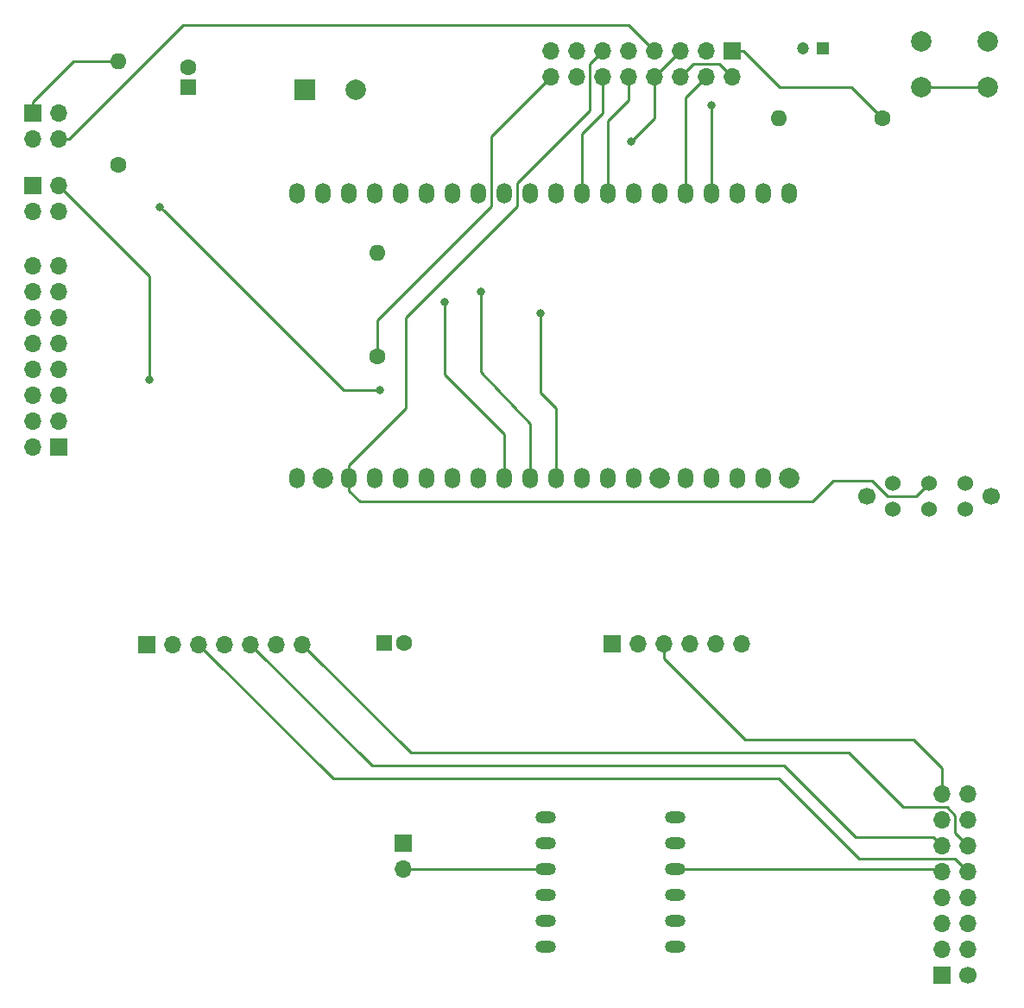
<source format=gbr>
G04 #@! TF.GenerationSoftware,KiCad,Pcbnew,(5.1.5)-3*
G04 #@! TF.CreationDate,2020-01-27T16:03:33-05:00*
G04 #@! TF.ProjectId,CombinedPnl_pcb,436f6d62-696e-4656-9450-6e6c5f706362,rev?*
G04 #@! TF.SameCoordinates,Original*
G04 #@! TF.FileFunction,Copper,L1,Top*
G04 #@! TF.FilePolarity,Positive*
%FSLAX46Y46*%
G04 Gerber Fmt 4.6, Leading zero omitted, Abs format (unit mm)*
G04 Created by KiCad (PCBNEW (5.1.5)-3) date 2020-01-27 16:03:33*
%MOMM*%
%LPD*%
G04 APERTURE LIST*
%ADD10C,1.700000*%
%ADD11C,1.524000*%
%ADD12C,2.000000*%
%ADD13C,1.600000*%
%ADD14O,1.600000X1.600000*%
%ADD15O,1.700000X1.700000*%
%ADD16R,1.700000X1.700000*%
%ADD17R,2.000000X2.000000*%
%ADD18O,1.500000X2.000000*%
%ADD19C,1.200000*%
%ADD20R,1.200000X1.200000*%
%ADD21R,1.600000X1.600000*%
%ADD22O,2.000000X1.200000*%
%ADD23C,0.800000*%
%ADD24C,0.250000*%
G04 APERTURE END LIST*
D10*
X192024000Y-86614000D03*
X179832000Y-86614000D03*
D11*
X185928000Y-85344000D03*
X189484000Y-85344000D03*
X182372000Y-85344000D03*
X189484000Y-87884000D03*
X185928000Y-87884000D03*
X182372000Y-87884000D03*
D12*
X191666000Y-46482000D03*
X191666000Y-41982000D03*
X185166000Y-46482000D03*
X185166000Y-41982000D03*
D13*
X106426000Y-54102000D03*
D14*
X106426000Y-43942000D03*
D15*
X100584000Y-51562000D03*
X98044000Y-51562000D03*
X100584000Y-49022000D03*
D16*
X98044000Y-49022000D03*
D12*
X129714000Y-46736000D03*
D17*
X124714000Y-46736000D03*
D16*
X166624000Y-42926000D03*
D15*
X166624000Y-45466000D03*
X164084000Y-42926000D03*
X164084000Y-45466000D03*
X161544000Y-42926000D03*
X161544000Y-45466000D03*
X159004000Y-42926000D03*
X159004000Y-45466000D03*
X156464000Y-42926000D03*
X156464000Y-45466000D03*
X153924000Y-42926000D03*
X153924000Y-45466000D03*
X151384000Y-42926000D03*
X151384000Y-45466000D03*
X148844000Y-42926000D03*
X148844000Y-45466000D03*
D18*
X123952000Y-56896000D03*
X123952000Y-84836000D03*
X126492000Y-56896000D03*
D12*
X126492000Y-84836000D03*
D18*
X129032000Y-56896000D03*
X129032000Y-84836000D03*
X131572000Y-56896000D03*
X131572000Y-84836000D03*
X134112000Y-56896000D03*
X134112000Y-84836000D03*
X136652000Y-56896000D03*
X136652000Y-84836000D03*
X139192000Y-56896000D03*
X139192000Y-84836000D03*
X141732000Y-56896000D03*
X141732000Y-84836000D03*
X144272000Y-56896000D03*
X144272000Y-84836000D03*
X146812000Y-56896000D03*
X146812000Y-84836000D03*
X149352000Y-56896000D03*
X149352000Y-84836000D03*
X151892000Y-56896000D03*
X151892000Y-84836000D03*
X154432000Y-56896000D03*
X154432000Y-84836000D03*
X156972000Y-56896000D03*
X156972000Y-84836000D03*
X159512000Y-56896000D03*
D12*
X159512000Y-84836000D03*
D18*
X162052000Y-56896000D03*
X162052000Y-84836000D03*
X164592000Y-56896000D03*
X164592000Y-84836000D03*
X167132000Y-56896000D03*
X167132000Y-84836000D03*
X169672000Y-56896000D03*
X169672000Y-84836000D03*
X172212000Y-56896000D03*
D12*
X172212000Y-84836000D03*
D15*
X98044000Y-64008000D03*
X100584000Y-64008000D03*
X98044000Y-66548000D03*
X100584000Y-66548000D03*
X98044000Y-69088000D03*
X100584000Y-69088000D03*
X98044000Y-71628000D03*
X100584000Y-71628000D03*
X98044000Y-74168000D03*
X100584000Y-74168000D03*
X98044000Y-76708000D03*
X100584000Y-76708000D03*
X98044000Y-79248000D03*
X100584000Y-79248000D03*
X98044000Y-81788000D03*
D16*
X100584000Y-81788000D03*
X98044000Y-56134000D03*
D15*
X100584000Y-56134000D03*
X98044000Y-58674000D03*
X100584000Y-58674000D03*
D14*
X171196000Y-49530000D03*
D13*
X181356000Y-49530000D03*
D19*
X173514000Y-42672000D03*
D20*
X175514000Y-42672000D03*
D14*
X131826000Y-62738000D03*
D13*
X131826000Y-72898000D03*
X113284000Y-44482000D03*
D21*
X113284000Y-46482000D03*
D15*
X167513000Y-101092000D03*
X164973000Y-101092000D03*
X162433000Y-101092000D03*
X159893000Y-101092000D03*
X157353000Y-101092000D03*
D16*
X154813000Y-101092000D03*
D15*
X134366000Y-123190000D03*
D16*
X134366000Y-120650000D03*
D10*
X189738000Y-133604000D03*
D16*
X187198000Y-133604000D03*
D15*
X189738000Y-131064000D03*
X187198000Y-131064000D03*
X189738000Y-128524000D03*
X187198000Y-128524000D03*
X189738000Y-125984000D03*
X187198000Y-125984000D03*
X189738000Y-123444000D03*
X187198000Y-123444000D03*
X189738000Y-120904000D03*
X187198000Y-120904000D03*
X189738000Y-118364000D03*
X187198000Y-118364000D03*
X189738000Y-115824000D03*
X187198000Y-115824000D03*
X124460000Y-101139001D03*
X121920000Y-101139001D03*
X119380000Y-101139001D03*
X116840000Y-101139001D03*
X114300000Y-101139001D03*
X111760000Y-101139001D03*
D16*
X109220000Y-101139001D03*
D22*
X148336000Y-130810000D03*
X161036000Y-130810000D03*
X148336000Y-128270000D03*
X161036000Y-128270000D03*
X148336000Y-125730000D03*
X161036000Y-125730000D03*
X148336000Y-123190000D03*
X161036000Y-123190000D03*
X148336000Y-120650000D03*
X161036000Y-120650000D03*
X148336000Y-118110000D03*
X161036000Y-118110000D03*
D13*
X134461000Y-100965000D03*
D21*
X132461000Y-100965000D03*
D23*
X141986000Y-66548000D03*
X147827996Y-68616990D03*
X138430000Y-67564012D03*
X164592000Y-48260000D03*
X132080000Y-76200000D03*
X110490000Y-58202990D03*
X109474000Y-75184000D03*
X156718000Y-51816000D03*
D24*
X141986000Y-74442000D02*
X141986000Y-67113685D01*
X146812000Y-84836000D02*
X146812000Y-79502000D01*
X141986000Y-67113685D02*
X141986000Y-66548000D01*
X146812000Y-79502000D02*
X141986000Y-74442000D01*
X149352000Y-77978000D02*
X149352000Y-84836000D01*
X147827996Y-68616990D02*
X147827996Y-76453996D01*
X147827996Y-76453996D02*
X149352000Y-77978000D01*
X138430000Y-74676000D02*
X144272000Y-80518000D01*
X144272000Y-80518000D02*
X144272000Y-84836000D01*
X138430000Y-74676000D02*
X138430000Y-67564012D01*
X101600000Y-51562000D02*
X112776000Y-40386000D01*
X100584000Y-51562000D02*
X101600000Y-51562000D01*
X112776000Y-40386000D02*
X142240000Y-40386000D01*
X142240000Y-40386000D02*
X156464000Y-40386000D01*
X164592000Y-51054000D02*
X164592000Y-51054000D01*
X164592000Y-56896000D02*
X164592000Y-48260000D01*
X158154001Y-42076001D02*
X156464000Y-40386000D01*
X159004000Y-42926000D02*
X158154001Y-42076001D01*
X128487010Y-76200000D02*
X110889999Y-58602989D01*
X132080000Y-76200000D02*
X128487010Y-76200000D01*
X98044000Y-47922000D02*
X102024000Y-43942000D01*
X110889999Y-58602989D02*
X110490000Y-58202990D01*
X98044000Y-49022000D02*
X98044000Y-47922000D01*
X105294630Y-43942000D02*
X106426000Y-43942000D01*
X102024000Y-43942000D02*
X105294630Y-43942000D01*
X109474000Y-75184000D02*
X109474000Y-65024000D01*
X109474000Y-65024000D02*
X100584000Y-56134000D01*
X166624000Y-42926000D02*
X167724000Y-42926000D01*
X178308000Y-46482000D02*
X181356000Y-49530000D01*
X167724000Y-42926000D02*
X171280000Y-46482000D01*
X171280000Y-46482000D02*
X178308000Y-46482000D01*
X162814000Y-44196000D02*
X165354000Y-44196000D01*
X165354000Y-44196000D02*
X165774001Y-44616001D01*
X165774001Y-44616001D02*
X166624000Y-45466000D01*
X161544000Y-45466000D02*
X162814000Y-44196000D01*
X164084000Y-45466000D02*
X162052000Y-47498000D01*
X162052000Y-47498000D02*
X162052000Y-56896000D01*
X159004000Y-49530000D02*
X158242000Y-50292000D01*
X159004000Y-45466000D02*
X159004000Y-49530000D01*
X158242000Y-50292000D02*
X156718000Y-51816000D01*
X159853999Y-44616001D02*
X161544000Y-42926000D01*
X159004000Y-45466000D02*
X159853999Y-44616001D01*
X156464000Y-45466000D02*
X156464000Y-47752000D01*
X156464000Y-47752000D02*
X154432000Y-49784000D01*
X154432000Y-49784000D02*
X154432000Y-56896000D01*
X129032000Y-83586000D02*
X129032000Y-84836000D01*
X134620000Y-77998000D02*
X129032000Y-83586000D01*
X134620000Y-69088000D02*
X134620000Y-77998000D01*
X152654000Y-44196000D02*
X152654000Y-48771853D01*
X153924000Y-42926000D02*
X152654000Y-44196000D01*
X152654000Y-48771853D02*
X145542000Y-55883853D01*
X145542000Y-58166000D02*
X134620000Y-69088000D01*
X145542000Y-55883853D02*
X145542000Y-58166000D01*
X185166001Y-86105999D02*
X185928000Y-85344000D01*
X184658000Y-86614000D02*
X185166001Y-86105999D01*
X180340000Y-85090000D02*
X181864000Y-86614000D01*
X129032000Y-86086000D02*
X130068000Y-87122000D01*
X181864000Y-86614000D02*
X184658000Y-86614000D01*
X129032000Y-84836000D02*
X129032000Y-86086000D01*
X174498000Y-87122000D02*
X176530000Y-85090000D01*
X130068000Y-87122000D02*
X174498000Y-87122000D01*
X176530000Y-85090000D02*
X180340000Y-85090000D01*
X151892000Y-51054000D02*
X151892000Y-56896000D01*
X153924000Y-45466000D02*
X153924000Y-49022000D01*
X153924000Y-49022000D02*
X151892000Y-51054000D01*
X131826000Y-69342000D02*
X131826000Y-72898000D01*
X143002000Y-58166000D02*
X131826000Y-69342000D01*
X148844000Y-45466000D02*
X143002000Y-51308000D01*
X143002000Y-51308000D02*
X143002000Y-58166000D01*
X186580213Y-46482000D02*
X191666000Y-46482000D01*
X185166000Y-46482000D02*
X186580213Y-46482000D01*
X148336000Y-123190000D02*
X134366000Y-123190000D01*
X115149999Y-101989000D02*
X114300000Y-101139001D01*
X188468000Y-122174000D02*
X179070000Y-122174000D01*
X189738000Y-123444000D02*
X188468000Y-122174000D01*
X127460999Y-114300000D02*
X115149999Y-101989000D01*
X179070000Y-122174000D02*
X171196000Y-114300000D01*
X171196000Y-114300000D02*
X127460999Y-114300000D01*
X186944000Y-123190000D02*
X187198000Y-123444000D01*
X161036000Y-123190000D02*
X186944000Y-123190000D01*
X135080999Y-111760000D02*
X125309999Y-101989000D01*
X188468000Y-119634000D02*
X188468000Y-117894998D01*
X189738000Y-120904000D02*
X188468000Y-119634000D01*
X183388000Y-117094000D02*
X178054000Y-111760000D01*
X125309999Y-101989000D02*
X124460000Y-101139001D01*
X188468000Y-117894998D02*
X187667002Y-117094000D01*
X178054000Y-111760000D02*
X135080999Y-111760000D01*
X187667002Y-117094000D02*
X183388000Y-117094000D01*
X171704000Y-113030000D02*
X131270999Y-113030000D01*
X131270999Y-113030000D02*
X119380000Y-101139001D01*
X178728001Y-120054001D02*
X171704000Y-113030000D01*
X187198000Y-120904000D02*
X186348001Y-120054001D01*
X186348001Y-120054001D02*
X178728001Y-120054001D01*
X187198000Y-115824000D02*
X187198000Y-113284000D01*
X187198000Y-113284000D02*
X184404000Y-110490000D01*
X184404000Y-110490000D02*
X167894000Y-110490000D01*
X159893000Y-102489000D02*
X159893000Y-101092000D01*
X167894000Y-110490000D02*
X159893000Y-102489000D01*
M02*

</source>
